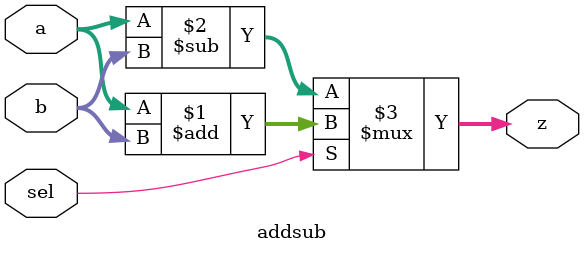
<source format=v>
module addsub #(parameter DW = 16
	     )
   (
    //Inputs
    input [DW-1:0]  a,
    input [DW-1:0]  b,
    input           sel,
    //Outputs
    output [DW-1:0] z
    );

   assign z = sel ? a + b : a - b;

endmodule

</source>
